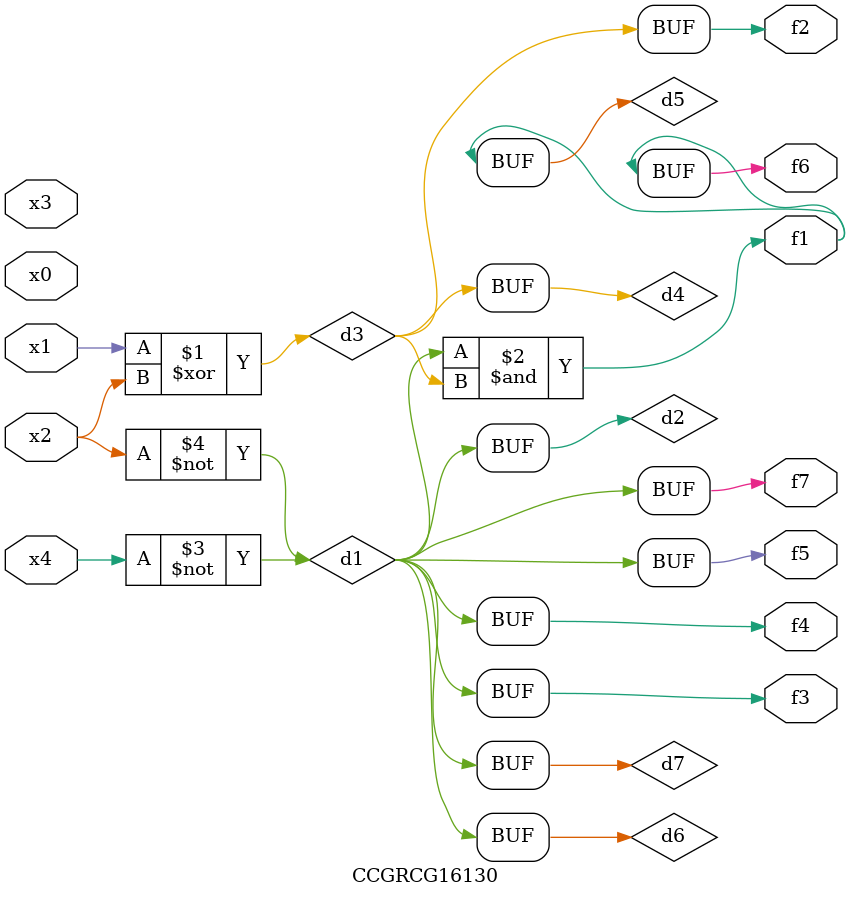
<source format=v>
module CCGRCG16130(
	input x0, x1, x2, x3, x4,
	output f1, f2, f3, f4, f5, f6, f7
);

	wire d1, d2, d3, d4, d5, d6, d7;

	not (d1, x4);
	not (d2, x2);
	xor (d3, x1, x2);
	buf (d4, d3);
	and (d5, d1, d3);
	buf (d6, d1, d2);
	buf (d7, d2);
	assign f1 = d5;
	assign f2 = d4;
	assign f3 = d7;
	assign f4 = d7;
	assign f5 = d7;
	assign f6 = d5;
	assign f7 = d7;
endmodule

</source>
